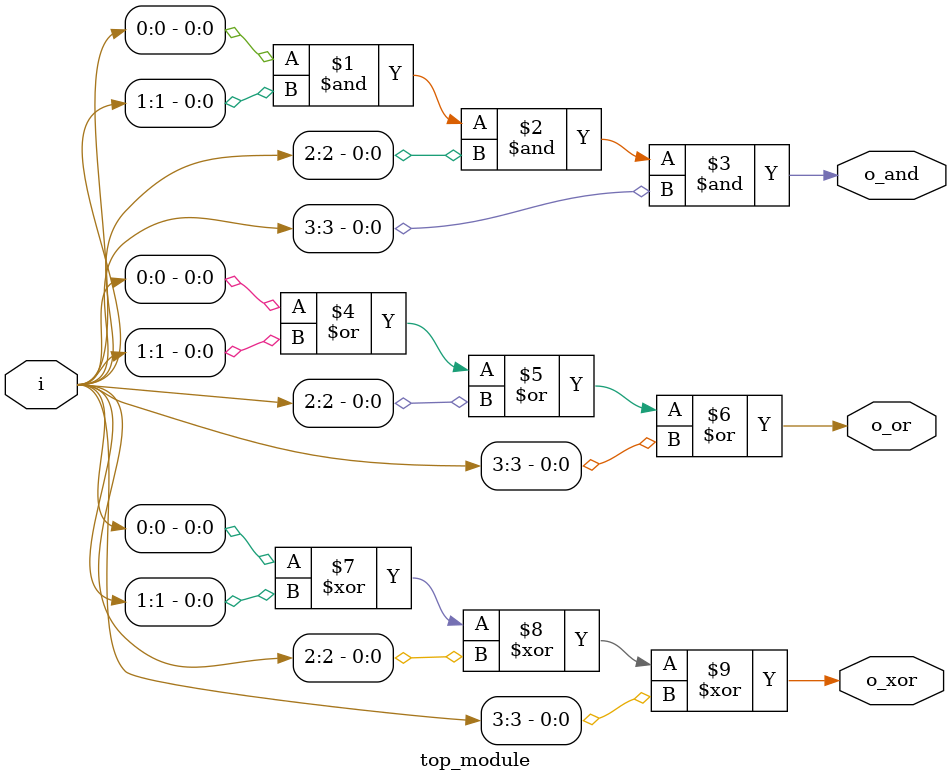
<source format=sv>
module top_module(
    input [3:0] i,
    output o_and,
    output o_or,
    output o_xor
  );

  assign o_and = i[0] & i[1] & i[2] & i[3];
  assign o_or  = i[0] | i[1] | i[2] | i[3];
  assign o_xor = i[0] ^ i[1] ^ i[2] ^ i[3];

`ifdef COCOTB_SIM

  initial
  begin
    $dumpfile ("top_module.vcd");
    $dumpvars (0, top_module);
    #1;
  end
`endif
endmodule

</source>
